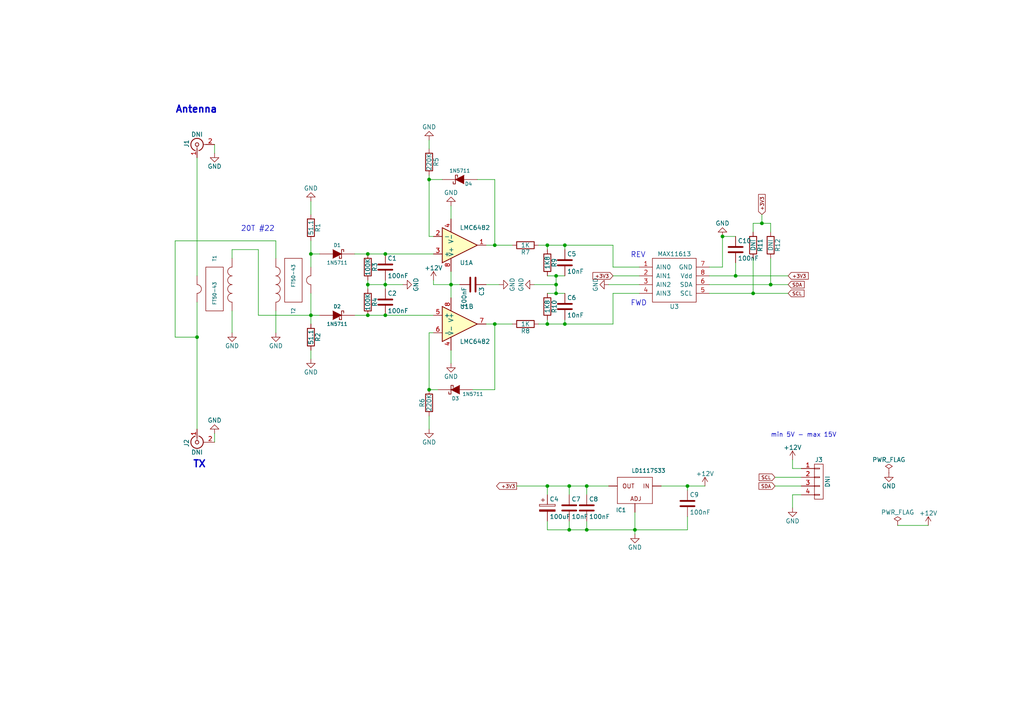
<source format=kicad_sch>
(kicad_sch (version 20250114) (generator "eeschema") (generator_version "9.0")
  (paper "A4")
  (title_block (title "VSWR-MONITOR-I2C") (date "2017-12-27") (rev "1.0-beta1") (company "AppMind"))
  (lib_symbols
    (symbol "+12V_1" (power) (pin_names (offset 0))
      (property "Value" "+12V" (at 0 3.556 0))
      (symbol "+12V_1_1_1"
        (pin power_in line (at 0 0 90) (length 0) (hide yes) (name "+12V") (number "1"))
      )
    )
    (symbol "+12V_2" (power) (pin_names (offset 0))
      (property "Value" "+12V" (at 0 3.556 0))
      (symbol "+12V_2_1_1"
        (pin power_in line (at 0 0 90) (length 0) (hide yes) (name "+12V") (number "1"))
      )
    )
    (symbol "+12V_3" (power) (pin_names (offset 0))
      (property "Value" "+12V" (at 0 3.556 0))
      (symbol "+12V_3_1_1"
        (pin power_in line (at 0 0 90) (length 0) (hide yes) (name "+12V") (number "1"))
      )
    )
    (symbol "+12V_4" (power) (pin_names (offset 0))
      (property "Value" "+12V" (at 0 3.556 0))
      (symbol "+12V_4_1_1"
        (pin power_in line (at 0 0 90) (length 0) (hide yes) (name "+12V") (number "1"))
      )
    )
    (symbol "+12V_5" (power) (pin_names (offset 0))
      (property "Value" "+12V" (at 0 3.556 0))
      (symbol "+12V_5_1_1"
        (pin power_in line (at 0 0 90) (length 0) (hide yes) (name "+12V") (number "1"))
      )
    )
    (symbol "+12V_6" (power) (pin_names (offset 0))
      (property "Value" "+12V" (at 0 3.556 0))
      (symbol "+12V_6_1_1"
        (pin power_in line (at 0 0 90) (length 0) (hide yes) (name "+12V") (number "1"))
      )
    )
    (symbol "+12V_7" (power) (pin_names (offset 0))
      (property "Value" "+12V" (at 0 3.556 0))
      (symbol "+12V_7_1_1"
        (pin power_in line (at 0 0 90) (length 0) (hide yes) (name "+12V") (number "1"))
      )
    )
    (symbol "+12V_8" (power) (pin_names (offset 0))
      (property "Value" "+12V" (at 0 3.556 0))
      (symbol "+12V_8_1_1"
        (pin power_in line (at 0 0 90) (length 0) (hide yes) (name "+12V") (number "1"))
      )
    )
    (symbol "CONN_01X04_1" (pin_names (offset 1.016) (hide yes))
      (property "Reference" "J" (at 0 6.35 0))
      (property "Value" "CONN_01X04" (at 2.54 0 90))
      (symbol "CONN_01X04_1_1_1"
        (pin passive line (at -5.08 3.81 0) (length 3.81) (name "P1") (number "1"))
        (pin passive line (at -5.08 1.27 0) (length 3.81) (name "P2") (number "2"))
        (pin passive line (at -5.08 -1.27 0) (length 3.81) (name "P3") (number "3"))
        (pin passive line (at -5.08 -3.81 0) (length 3.81) (name "P4") (number "4"))
      )
    )
    (symbol "CONN_01X04_2" (pin_names (offset 1.016) (hide yes))
      (property "Reference" "J" (at 0 6.35 0))
      (property "Value" "CONN_01X04" (at 2.54 0 90))
      (symbol "CONN_01X04_2_1_1"
        (pin passive line (at -5.08 3.81 0) (length 3.81) (name "P1") (number "1"))
        (pin passive line (at -5.08 1.27 0) (length 3.81) (name "P2") (number "2"))
        (pin passive line (at -5.08 -1.27 0) (length 3.81) (name "P3") (number "3"))
        (pin passive line (at -5.08 -3.81 0) (length 3.81) (name "P4") (number "4"))
      )
    )
    (symbol "CONN_COAXIAL_1" (pin_names (offset 1.016) (hide yes))
      (property "Reference" "J" (at 0.254 3.048 0))
      (property "Value" "CONN_COAXIAL" (at 2.921 0 90))
      (symbol "CONN_COAXIAL_1_1_1"
        (pin passive line (at -3.81 0 0) (length 2.54) (name "In") (number "1"))
        (pin passive line (at 0 -5.08 90) (length 2.54) (name "Ext") (number "2"))
      )
    )
    (symbol "CONN_COAXIAL_2" (pin_names (offset 1.016) (hide yes))
      (property "Reference" "J" (at 0.254 3.048 0))
      (property "Value" "CONN_COAXIAL" (at 2.921 0 90))
      (symbol "CONN_COAXIAL_2_1_1"
        (pin passive line (at -3.81 0 0) (length 2.54) (name "In") (number "1"))
        (pin passive line (at 0 -5.08 90) (length 2.54) (name "Ext") (number "2"))
      )
    )
    (symbol "CONN_COAXIAL_3" (pin_names (offset 1.016) (hide yes))
      (property "Reference" "J" (at 0.254 3.048 0))
      (property "Value" "CONN_COAXIAL" (at 2.921 0 90))
      (symbol "CONN_COAXIAL_3_1_1"
        (pin passive line (at -3.81 0 0) (length 2.54) (name "In") (number "1"))
        (pin passive line (at 0 -5.08 90) (length 2.54) (name "Ext") (number "2"))
      )
    )
    (symbol "CONN_COAXIAL_4" (pin_names (offset 1.016) (hide yes))
      (property "Reference" "J" (at 0.254 3.048 0))
      (property "Value" "CONN_COAXIAL" (at 2.921 0 90))
      (symbol "CONN_COAXIAL_4_1_1"
        (pin passive line (at -3.81 0 0) (length 2.54) (name "In") (number "1"))
        (pin passive line (at 0 -5.08 90) (length 2.54) (name "Ext") (number "2"))
      )
    )
    (symbol "CP_1" (pin_numbers (hide yes)) (pin_names (offset 0.254))
      (property "Reference" "C" (at 0.635 2.54 0))
      (property "Value" "CP" (at 0.635 -2.54 0))
      (symbol "CP_1_1_1"
        (pin passive line (at 0 3.81 270) (length 2.794) (name "~") (number "1"))
        (pin passive line (at 0 -3.81 90) (length 2.794) (name "~") (number "2"))
      )
    )
    (symbol "CP_2" (pin_numbers (hide yes)) (pin_names (offset 0.254))
      (property "Reference" "C" (at 0.635 2.54 0))
      (property "Value" "CP" (at 0.635 -2.54 0))
      (symbol "CP_2_1_1"
        (pin passive line (at 0 3.81 270) (length 2.794) (name "~") (number "1"))
        (pin passive line (at 0 -3.81 90) (length 2.794) (name "~") (number "2"))
      )
    )
    (symbol "C_1" (pin_numbers (hide yes)) (pin_names (offset 0.254))
      (property "Reference" "C" (at 0.635 2.54 0))
      (property "Value" "C" (at 0.635 -2.54 0))
      (symbol "C_1_1_1"
        (pin passive line (at 0 3.81 270) (length 2.794) (name "~") (number "1"))
        (pin passive line (at 0 -3.81 90) (length 2.794) (name "~") (number "2"))
      )
    )
    (symbol "C_10" (pin_numbers (hide yes)) (pin_names (offset 0.254))
      (property "Reference" "C" (at 0.635 2.54 0))
      (property "Value" "C" (at 0.635 -2.54 0))
      (symbol "C_10_1_1"
        (pin passive line (at 0 3.81 270) (length 2.794) (name "~") (number "1"))
        (pin passive line (at 0 -3.81 90) (length 2.794) (name "~") (number "2"))
      )
    )
    (symbol "C_11" (pin_numbers (hide yes)) (pin_names (offset 0.254))
      (property "Reference" "C" (at 0.635 2.54 0))
      (property "Value" "C" (at 0.635 -2.54 0))
      (symbol "C_11_1_1"
        (pin passive line (at 0 3.81 270) (length 2.794) (name "~") (number "1"))
        (pin passive line (at 0 -3.81 90) (length 2.794) (name "~") (number "2"))
      )
    )
    (symbol "C_12" (pin_numbers (hide yes)) (pin_names (offset 0.254))
      (property "Reference" "C" (at 0.635 2.54 0))
      (property "Value" "C" (at 0.635 -2.54 0))
      (symbol "C_12_1_1"
        (pin passive line (at 0 3.81 270) (length 2.794) (name "~") (number "1"))
        (pin passive line (at 0 -3.81 90) (length 2.794) (name "~") (number "2"))
      )
    )
    (symbol "C_13" (pin_numbers (hide yes)) (pin_names (offset 0.254))
      (property "Reference" "C" (at 0.635 2.54 0))
      (property "Value" "C" (at 0.635 -2.54 0))
      (symbol "C_13_1_1"
        (pin passive line (at 0 3.81 270) (length 2.794) (name "~") (number "1"))
        (pin passive line (at 0 -3.81 90) (length 2.794) (name "~") (number "2"))
      )
    )
    (symbol "C_14" (pin_numbers (hide yes)) (pin_names (offset 0.254))
      (property "Reference" "C" (at 0.635 2.54 0))
      (property "Value" "C" (at 0.635 -2.54 0))
      (symbol "C_14_1_1"
        (pin passive line (at 0 3.81 270) (length 2.794) (name "~") (number "1"))
        (pin passive line (at 0 -3.81 90) (length 2.794) (name "~") (number "2"))
      )
    )
    (symbol "C_15" (pin_numbers (hide yes)) (pin_names (offset 0.254))
      (property "Reference" "C" (at 0.635 2.54 0))
      (property "Value" "C" (at 0.635 -2.54 0))
      (symbol "C_15_1_1"
        (pin passive line (at 0 3.81 270) (length 2.794) (name "~") (number "1"))
        (pin passive line (at 0 -3.81 90) (length 2.794) (name "~") (number "2"))
      )
    )
    (symbol "C_16" (pin_numbers (hide yes)) (pin_names (offset 0.254))
      (property "Reference" "C" (at 0.635 2.54 0))
      (property "Value" "C" (at 0.635 -2.54 0))
      (symbol "C_16_1_1"
        (pin passive line (at 0 3.81 270) (length 2.794) (name "~") (number "1"))
        (pin passive line (at 0 -3.81 90) (length 2.794) (name "~") (number "2"))
      )
    )
    (symbol "C_17" (pin_numbers (hide yes)) (pin_names (offset 0.254))
      (property "Reference" "C" (at 0.635 2.54 0))
      (property "Value" "C" (at 0.635 -2.54 0))
      (symbol "C_17_1_1"
        (pin passive line (at 0 3.81 270) (length 2.794) (name "~") (number "1"))
        (pin passive line (at 0 -3.81 90) (length 2.794) (name "~") (number "2"))
      )
    )
    (symbol "C_18" (pin_numbers (hide yes)) (pin_names (offset 0.254))
      (property "Reference" "C" (at 0.635 2.54 0))
      (property "Value" "C" (at 0.635 -2.54 0))
      (symbol "C_18_1_1"
        (pin passive line (at 0 3.81 270) (length 2.794) (name "~") (number "1"))
        (pin passive line (at 0 -3.81 90) (length 2.794) (name "~") (number "2"))
      )
    )
    (symbol "C_2" (pin_numbers (hide yes)) (pin_names (offset 0.254))
      (property "Reference" "C" (at 0.635 2.54 0))
      (property "Value" "C" (at 0.635 -2.54 0))
      (symbol "C_2_1_1"
        (pin passive line (at 0 3.81 270) (length 2.794) (name "~") (number "1"))
        (pin passive line (at 0 -3.81 90) (length 2.794) (name "~") (number "2"))
      )
    )
    (symbol "C_3" (pin_numbers (hide yes)) (pin_names (offset 0.254))
      (property "Reference" "C" (at 0.635 2.54 0))
      (property "Value" "C" (at 0.635 -2.54 0))
      (symbol "C_3_1_1"
        (pin passive line (at 0 3.81 270) (length 2.794) (name "~") (number "1"))
        (pin passive line (at 0 -3.81 90) (length 2.794) (name "~") (number "2"))
      )
    )
    (symbol "C_4" (pin_numbers (hide yes)) (pin_names (offset 0.254))
      (property "Reference" "C" (at 0.635 2.54 0))
      (property "Value" "C" (at 0.635 -2.54 0))
      (symbol "C_4_1_1"
        (pin passive line (at 0 3.81 270) (length 2.794) (name "~") (number "1"))
        (pin passive line (at 0 -3.81 90) (length 2.794) (name "~") (number "2"))
      )
    )
    (symbol "C_5" (pin_numbers (hide yes)) (pin_names (offset 0.254))
      (property "Reference" "C" (at 0.635 2.54 0))
      (property "Value" "C" (at 0.635 -2.54 0))
      (symbol "C_5_1_1"
        (pin passive line (at 0 3.81 270) (length 2.794) (name "~") (number "1"))
        (pin passive line (at 0 -3.81 90) (length 2.794) (name "~") (number "2"))
      )
    )
    (symbol "C_6" (pin_numbers (hide yes)) (pin_names (offset 0.254))
      (property "Reference" "C" (at 0.635 2.54 0))
      (property "Value" "C" (at 0.635 -2.54 0))
      (symbol "C_6_1_1"
        (pin passive line (at 0 3.81 270) (length 2.794) (name "~") (number "1"))
        (pin passive line (at 0 -3.81 90) (length 2.794) (name "~") (number "2"))
      )
    )
    (symbol "C_7" (pin_numbers (hide yes)) (pin_names (offset 0.254))
      (property "Reference" "C" (at 0.635 2.54 0))
      (property "Value" "C" (at 0.635 -2.54 0))
      (symbol "C_7_1_1"
        (pin passive line (at 0 3.81 270) (length 2.794) (name "~") (number "1"))
        (pin passive line (at 0 -3.81 90) (length 2.794) (name "~") (number "2"))
      )
    )
    (symbol "C_8" (pin_numbers (hide yes)) (pin_names (offset 0.254))
      (property "Reference" "C" (at 0.635 2.54 0))
      (property "Value" "C" (at 0.635 -2.54 0))
      (symbol "C_8_1_1"
        (pin passive line (at 0 3.81 270) (length 2.794) (name "~") (number "1"))
        (pin passive line (at 0 -3.81 90) (length 2.794) (name "~") (number "2"))
      )
    )
    (symbol "C_9" (pin_numbers (hide yes)) (pin_names (offset 0.254))
      (property "Reference" "C" (at 0.635 2.54 0))
      (property "Value" "C" (at 0.635 -2.54 0))
      (symbol "C_9_1_1"
        (pin passive line (at 0 3.81 270) (length 2.794) (name "~") (number "1"))
        (pin passive line (at 0 -3.81 90) (length 2.794) (name "~") (number "2"))
      )
    )
    (symbol "DIODESCH_1" (pin_numbers (hide yes)) (pin_names (offset 1.016) (hide yes))
      (property "Reference" "D" (at 0 2.54 0))
      (property "Value" "DIODESCH" (at 0 -2.54 0))
      (symbol "DIODESCH_1_1_1"
        (pin passive line (at -5.08 0 0) (length 3.81) (name "A") (number "1"))
        (pin passive line (at 5.08 0 180) (length 3.81) (name "K") (number "2"))
      )
    )
    (symbol "DIODESCH_2" (pin_numbers (hide yes)) (pin_names (offset 1.016) (hide yes))
      (property "Reference" "D" (at 0 2.54 0))
      (property "Value" "DIODESCH" (at 0 -2.54 0))
      (symbol "DIODESCH_2_1_1"
        (pin passive line (at -5.08 0 0) (length 3.81) (name "A") (number "1"))
        (pin passive line (at 5.08 0 180) (length 3.81) (name "K") (number "2"))
      )
    )
    (symbol "DIODESCH_3" (pin_numbers (hide yes)) (pin_names (offset 1.016) (hide yes))
      (property "Reference" "D" (at 0 2.54 0))
      (property "Value" "DIODESCH" (at 0 -2.54 0))
      (symbol "DIODESCH_3_1_1"
        (pin passive line (at -5.08 0 0) (length 3.81) (name "A") (number "1"))
        (pin passive line (at 5.08 0 180) (length 3.81) (name "K") (number "2"))
      )
    )
    (symbol "DIODESCH_4" (pin_numbers (hide yes)) (pin_names (offset 1.016) (hide yes))
      (property "Reference" "D" (at 0 2.54 0))
      (property "Value" "DIODESCH" (at 0 -2.54 0))
      (symbol "DIODESCH_4_1_1"
        (pin passive line (at -5.08 0 0) (length 3.81) (name "A") (number "1"))
        (pin passive line (at 5.08 0 180) (length 3.81) (name "K") (number "2"))
      )
    )
    (symbol "DIODESCH_5" (pin_numbers (hide yes)) (pin_names (offset 1.016) (hide yes))
      (property "Reference" "D" (at 0 2.54 0))
      (property "Value" "DIODESCH" (at 0 -2.54 0))
      (symbol "DIODESCH_5_1_1"
        (pin passive line (at -5.08 0 0) (length 3.81) (name "A") (number "1"))
        (pin passive line (at 5.08 0 180) (length 3.81) (name "K") (number "2"))
      )
    )
    (symbol "DIODESCH_6" (pin_numbers (hide yes)) (pin_names (offset 1.016) (hide yes))
      (property "Reference" "D" (at 0 2.54 0))
      (property "Value" "DIODESCH" (at 0 -2.54 0))
      (symbol "DIODESCH_6_1_1"
        (pin passive line (at -5.08 0 0) (length 3.81) (name "A") (number "1"))
        (pin passive line (at 5.08 0 180) (length 3.81) (name "K") (number "2"))
      )
    )
    (symbol "DIODESCH_7" (pin_numbers (hide yes)) (pin_names (offset 1.016) (hide yes))
      (property "Reference" "D" (at 0 2.54 0))
      (property "Value" "DIODESCH" (at 0 -2.54 0))
      (symbol "DIODESCH_7_1_1"
        (pin passive line (at -5.08 0 0) (length 3.81) (name "A") (number "1"))
        (pin passive line (at 5.08 0 180) (length 3.81) (name "K") (number "2"))
      )
    )
    (symbol "DIODESCH_8" (pin_numbers (hide yes)) (pin_names (offset 1.016) (hide yes))
      (property "Reference" "D" (at 0 2.54 0))
      (property "Value" "DIODESCH" (at 0 -2.54 0))
      (symbol "DIODESCH_8_1_1"
        (pin passive line (at -5.08 0 0) (length 3.81) (name "A") (number "1"))
        (pin passive line (at 5.08 0 180) (length 3.81) (name "K") (number "2"))
      )
    )
    (symbol "GND_1" (power) (pin_names (offset 0))
      (property "Value" "GND" (at 0 -3.81 0))
      (symbol "GND_1_1_1"
        (pin power_in line (at 0 0 270) (length 0) (hide yes) (name "GND") (number "1"))
      )
    )
    (symbol "GND_10" (power) (pin_names (offset 0))
      (property "Value" "GND" (at 0 -3.81 0))
      (symbol "GND_10_1_1"
        (pin power_in line (at 0 0 270) (length 0) (hide yes) (name "GND") (number "1"))
      )
    )
    (symbol "GND_11" (power) (pin_names (offset 0))
      (property "Value" "GND" (at 0 -3.81 0))
      (symbol "GND_11_1_1"
        (pin power_in line (at 0 0 270) (length 0) (hide yes) (name "GND") (number "1"))
      )
    )
    (symbol "GND_12" (power) (pin_names (offset 0))
      (property "Value" "GND" (at 0 -3.81 0))
      (symbol "GND_12_1_1"
        (pin power_in line (at 0 0 270) (length 0) (hide yes) (name "GND") (number "1"))
      )
    )
    (symbol "GND_13" (power) (pin_names (offset 0))
      (property "Value" "GND" (at 0 -3.81 0))
      (symbol "GND_13_1_1"
        (pin power_in line (at 0 0 270) (length 0) (hide yes) (name "GND") (number "1"))
      )
    )
    (symbol "GND_14" (power) (pin_names (offset 0))
      (property "Value" "GND" (at 0 -3.81 0))
      (symbol "GND_14_1_1"
        (pin power_in line (at 0 0 270) (length 0) (hide yes) (name "GND") (number "1"))
      )
    )
    (symbol "GND_15" (power) (pin_names (offset 0))
      (property "Value" "GND" (at 0 -3.81 0))
      (symbol "GND_15_1_1"
        (pin power_in line (at 0 0 270) (length 0) (hide yes) (name "GND") (number "1"))
      )
    )
    (symbol "GND_16" (power) (pin_names (offset 0))
      (property "Value" "GND" (at 0 -3.81 0))
      (symbol "GND_16_1_1"
        (pin power_in line (at 0 0 270) (length 0) (hide yes) (name "GND") (number "1"))
      )
    )
    (symbol "GND_17" (power) (pin_names (offset 0))
      (property "Value" "GND" (at 0 -3.81 0))
      (symbol "GND_17_1_1"
        (pin power_in line (at 0 0 270) (length 0) (hide yes) (name "GND") (number "1"))
      )
    )
    (symbol "GND_18" (power) (pin_names (offset 0))
      (property "Value" "GND" (at 0 -3.81 0))
      (symbol "GND_18_1_1"
        (pin power_in line (at 0 0 270) (length 0) (hide yes) (name "GND") (number "1"))
      )
    )
    (symbol "GND_19" (power) (pin_names (offset 0))
      (property "Value" "GND" (at 0 -3.81 0))
      (symbol "GND_19_1_1"
        (pin power_in line (at 0 0 270) (length 0) (hide yes) (name "GND") (number "1"))
      )
    )
    (symbol "GND_2" (power) (pin_names (offset 0))
      (property "Value" "GND" (at 0 -3.81 0))
      (symbol "GND_2_1_1"
        (pin power_in line (at 0 0 270) (length 0) (hide yes) (name "GND") (number "1"))
      )
    )
    (symbol "GND_20" (power) (pin_names (offset 0))
      (property "Value" "GND" (at 0 -3.81 0))
      (symbol "GND_20_1_1"
        (pin power_in line (at 0 0 270) (length 0) (hide yes) (name "GND") (number "1"))
      )
    )
    (symbol "GND_21" (power) (pin_names (offset 0))
      (property "Value" "GND" (at 0 -3.81 0))
      (symbol "GND_21_1_1"
        (pin power_in line (at 0 0 270) (length 0) (hide yes) (name "GND") (number "1"))
      )
    )
    (symbol "GND_22" (power) (pin_names (offset 0))
      (property "Value" "GND" (at 0 -3.81 0))
      (symbol "GND_22_1_1"
        (pin power_in line (at 0 0 270) (length 0) (hide yes) (name "GND") (number "1"))
      )
    )
    (symbol "GND_23" (power) (pin_names (offset 0))
      (property "Value" "GND" (at 0 -3.81 0))
      (symbol "GND_23_1_1"
        (pin power_in line (at 0 0 270) (length 0) (hide yes) (name "GND") (number "1"))
      )
    )
    (symbol "GND_24" (power) (pin_names (offset 0))
      (property "Value" "GND" (at 0 -3.81 0))
      (symbol "GND_24_1_1"
        (pin power_in line (at 0 0 270) (length 0) (hide yes) (name "GND") (number "1"))
      )
    )
    (symbol "GND_25" (power) (pin_names (offset 0))
      (property "Value" "GND" (at 0 -3.81 0))
      (symbol "GND_25_1_1"
        (pin power_in line (at 0 0 270) (length 0) (hide yes) (name "GND") (number "1"))
      )
    )
    (symbol "GND_26" (power) (pin_names (offset 0))
      (property "Value" "GND" (at 0 -3.81 0))
      (symbol "GND_26_1_1"
        (pin power_in line (at 0 0 270) (length 0) (hide yes) (name "GND") (number "1"))
      )
    )
    (symbol "GND_27" (power) (pin_names (offset 0))
      (property "Value" "GND" (at 0 -3.81 0))
      (symbol "GND_27_1_1"
        (pin power_in line (at 0 0 270) (length 0) (hide yes) (name "GND") (number "1"))
      )
    )
    (symbol "GND_28" (power) (pin_names (offset 0))
      (property "Value" "GND" (at 0 -3.81 0))
      (symbol "GND_28_1_1"
        (pin power_in line (at 0 0 270) (length 0) (hide yes) (name "GND") (number "1"))
      )
    )
    (symbol "GND_29" (power) (pin_names (offset 0))
      (property "Value" "GND" (at 0 -3.81 0))
      (symbol "GND_29_1_1"
        (pin power_in line (at 0 0 270) (length 0) (hide yes) (name "GND") (number "1"))
      )
    )
    (symbol "GND_3" (power) (pin_names (offset 0))
      (property "Value" "GND" (at 0 -3.81 0))
      (symbol "GND_3_1_1"
        (pin power_in line (at 0 0 270) (length 0) (hide yes) (name "GND") (number "1"))
      )
    )
    (symbol "GND_30" (power) (pin_names (offset 0))
      (property "Value" "GND" (at 0 -3.81 0))
      (symbol "GND_30_1_1"
        (pin power_in line (at 0 0 270) (length 0) (hide yes) (name "GND") (number "1"))
      )
    )
    (symbol "GND_31" (power) (pin_names (offset 0))
      (property "Value" "GND" (at 0 -3.81 0))
      (symbol "GND_31_1_1"
        (pin power_in line (at 0 0 270) (length 0) (hide yes) (name "GND") (number "1"))
      )
    )
    (symbol "GND_32" (power) (pin_names (offset 0))
      (property "Value" "GND" (at 0 -3.81 0))
      (symbol "GND_32_1_1"
        (pin power_in line (at 0 0 270) (length 0) (hide yes) (name "GND") (number "1"))
      )
    )
    (symbol "GND_33" (power) (pin_names (offset 0))
      (property "Value" "GND" (at 0 -3.81 0))
      (symbol "GND_33_1_1"
        (pin power_in line (at 0 0 270) (length 0) (hide yes) (name "GND") (number "1"))
      )
    )
    (symbol "GND_34" (power) (pin_names (offset 0))
      (property "Value" "GND" (at 0 -3.81 0))
      (symbol "GND_34_1_1"
        (pin power_in line (at 0 0 270) (length 0) (hide yes) (name "GND") (number "1"))
      )
    )
    (symbol "GND_35" (power) (pin_names (offset 0))
      (property "Value" "GND" (at 0 -3.81 0))
      (symbol "GND_35_1_1"
        (pin power_in line (at 0 0 270) (length 0) (hide yes) (name "GND") (number "1"))
      )
    )
    (symbol "GND_36" (power) (pin_names (offset 0))
      (property "Value" "GND" (at 0 -3.81 0))
      (symbol "GND_36_1_1"
        (pin power_in line (at 0 0 270) (length 0) (hide yes) (name "GND") (number "1"))
      )
    )
    (symbol "GND_4" (power) (pin_names (offset 0))
      (property "Value" "GND" (at 0 -3.81 0))
      (symbol "GND_4_1_1"
        (pin power_in line (at 0 0 270) (length 0) (hide yes) (name "GND") (number "1"))
      )
    )
    (symbol "GND_5" (power) (pin_names (offset 0))
      (property "Value" "GND" (at 0 -3.81 0))
      (symbol "GND_5_1_1"
        (pin power_in line (at 0 0 270) (length 0) (hide yes) (name "GND") (number "1"))
      )
    )
    (symbol "GND_6" (power) (pin_names (offset 0))
      (property "Value" "GND" (at 0 -3.81 0))
      (symbol "GND_6_1_1"
        (pin power_in line (at 0 0 270) (length 0) (hide yes) (name "GND") (number "1"))
      )
    )
    (symbol "GND_7" (power) (pin_names (offset 0))
      (property "Value" "GND" (at 0 -3.81 0))
      (symbol "GND_7_1_1"
        (pin power_in line (at 0 0 270) (length 0) (hide yes) (name "GND") (number "1"))
      )
    )
    (symbol "GND_8" (power) (pin_names (offset 0))
      (property "Value" "GND" (at 0 -3.81 0))
      (symbol "GND_8_1_1"
        (pin power_in line (at 0 0 270) (length 0) (hide yes) (name "GND") (number "1"))
      )
    )
    (symbol "GND_9" (power) (pin_names (offset 0))
      (property "Value" "GND" (at 0 -3.81 0))
      (symbol "GND_9_1_1"
        (pin power_in line (at 0 0 270) (length 0) (hide yes) (name "GND") (number "1"))
      )
    )
    (symbol "LMC6482_1"
      (property "Reference" "U" (at 0 5.08 0))
      (property "Value" "LMC6482" (at 0 -5.08 0))
      (symbol "LMC6482_1_0_1"
        (pin power_in line (at -2.54 7.62 270) (length 3.81) (name "V+") (number "8"))
        (pin power_in line (at -2.54 -7.62 90) (length 3.81) (name "V-") (number "4"))
      )
      (symbol "LMC6482_1_1_1"
        (pin input line (at -7.62 2.54 0) (length 2.54) (name "+") (number "3"))
        (pin input line (at -7.62 -2.54 0) (length 2.54) (name "-") (number "2"))
        (pin output line (at 7.62 0 180) (length 2.54) (name "~") (number "1"))
      )
      (symbol "LMC6482_1_2_1"
        (pin input line (at -7.62 2.54 0) (length 2.54) (name "+") (number "5"))
        (pin input line (at -7.62 -2.54 0) (length 2.54) (name "-") (number "6"))
        (pin output line (at 7.62 0 180) (length 2.54) (name "~") (number "7"))
      )
    )
    (symbol "LMC6482_2"
      (property "Reference" "U" (at 0 5.08 0))
      (property "Value" "LMC6482" (at 0 -5.08 0))
      (symbol "LMC6482_2_0_1"
        (pin power_in line (at -2.54 7.62 270) (length 3.81) (name "V+") (number "8"))
        (pin power_in line (at -2.54 -7.62 90) (length 3.81) (name "V-") (number "4"))
      )
      (symbol "LMC6482_2_1_1"
        (pin input line (at -7.62 2.54 0) (length 2.54) (name "+") (number "3"))
        (pin input line (at -7.62 -2.54 0) (length 2.54) (name "-") (number "2"))
        (pin output line (at 7.62 0 180) (length 2.54) (name "~") (number "1"))
      )
      (symbol "LMC6482_2_2_1"
        (pin input line (at -7.62 2.54 0) (length 2.54) (name "+") (number "5"))
        (pin input line (at -7.62 -2.54 0) (length 2.54) (name "-") (number "6"))
        (pin output line (at 7.62 0 180) (length 2.54) (name "~") (number "7"))
      )
    )
    (symbol "LMC6482_3"
      (property "Reference" "U" (at 0 5.08 0))
      (property "Value" "LMC6482" (at 0 -5.08 0))
      (symbol "LMC6482_3_0_1"
        (pin power_in line (at -2.54 7.62 270) (length 3.81) (name "V+") (number "8"))
        (pin power_in line (at -2.54 -7.62 90) (length 3.81) (name "V-") (number "4"))
      )
      (symbol "LMC6482_3_1_1"
        (pin input line (at -7.62 2.54 0) (length 2.54) (name "+") (number "3"))
        (pin input line (at -7.62 -2.54 0) (length 2.54) (name "-") (number "2"))
        (pin output line (at 7.62 0 180) (length 2.54) (name "~") (number "1"))
      )
      (symbol "LMC6482_3_2_1"
        (pin input line (at -7.62 2.54 0) (length 2.54) (name "+") (number "5"))
        (pin input line (at -7.62 -2.54 0) (length 2.54) (name "-") (number "6"))
        (pin output line (at 7.62 0 180) (length 2.54) (name "~") (number "7"))
      )
    )
    (symbol "LMC6482_4"
      (property "Reference" "U" (at 0 5.08 0))
      (property "Value" "LMC6482" (at 0 -5.08 0))
      (symbol "LMC6482_4_0_1"
        (pin power_in line (at -2.54 7.62 270) (length 3.81) (name "V+") (number "8"))
        (pin power_in line (at -2.54 -7.62 90) (length 3.81) (name "V-") (number "4"))
      )
      (symbol "LMC6482_4_1_1"
        (pin input line (at -7.62 2.54 0) (length 2.54) (name "+") (number "3"))
        (pin input line (at -7.62 -2.54 0) (length 2.54) (name "-") (number "2"))
        (pin output line (at 7.62 0 180) (length 2.54) (name "~") (number "1"))
      )
      (symbol "LMC6482_4_2_1"
        (pin input line (at -7.62 2.54 0) (length 2.54) (name "+") (number "5"))
        (pin input line (at -7.62 -2.54 0) (length 2.54) (name "-") (number "6"))
        (pin output line (at 7.62 0 180) (length 2.54) (name "~") (number "7"))
      )
    )
    (symbol "MAX11613_1" (pin_names (offset 1.016))
      (property "Reference" "U" (at 0 -7.62 0))
      (symbol "MAX11613_1_1_1"
        (pin input line (at -10.16 3.81 0) (length 3.81) (name "AIN0") (number "1"))
        (pin input line (at -10.16 1.27 0) (length 3.81) (name "AIN1") (number "2"))
        (pin input line (at -10.16 -1.27 0) (length 3.81) (name "AIN2") (number "3"))
        (pin input line (at -10.16 -3.81 0) (length 3.81) (name "AIN3") (number "4"))
        (pin input line (at 10.16 3.81 180) (length 3.81) (name "GND") (number "7"))
        (pin power_in line (at 10.16 1.27 180) (length 3.81) (name "Vdd") (number "8"))
        (pin input line (at 10.16 -1.27 180) (length 3.81) (name "SDA") (number "6"))
        (pin input line (at 10.16 -3.81 180) (length 3.81) (name "SCL") (number "5"))
      )
    )
    (symbol "MAX11613_2" (pin_names (offset 1.016))
      (property "Reference" "U" (at 0 -7.62 0))
      (symbol "MAX11613_2_1_1"
        (pin input line (at -10.16 3.81 0) (length 3.81) (name "AIN0") (number "1"))
        (pin input line (at -10.16 1.27 0) (length 3.81) (name "AIN1") (number "2"))
        (pin input line (at -10.16 -1.27 0) (length 3.81) (name "AIN2") (number "3"))
        (pin input line (at -10.16 -3.81 0) (length 3.81) (name "AIN3") (number "4"))
        (pin input line (at 10.16 3.81 180) (length 3.81) (name "GND") (number "7"))
        (pin power_in line (at 10.16 1.27 180) (length 3.81) (name "Vdd") (number "8"))
        (pin input line (at 10.16 -1.27 180) (length 3.81) (name "SDA") (number "6"))
        (pin input line (at 10.16 -3.81 180) (length 3.81) (name "SCL") (number "5"))
      )
    )
    (symbol "PWR_FLAG_1" (power) (pin_numbers (hide yes)) (pin_names (offset 0) (hide yes))
      (property "Value" "PWR_FLAG" (at 0 3.81 0))
      (symbol "PWR_FLAG_1_0_0"
        (pin power_out line (at 0 0 90) (length 0) (name "pwr") (number "1"))
      )
    )
    (symbol "PWR_FLAG_2" (power) (pin_numbers (hide yes)) (pin_names (offset 0) (hide yes))
      (property "Value" "PWR_FLAG" (at 0 3.81 0))
      (symbol "PWR_FLAG_2_0_0"
        (pin power_out line (at 0 0 90) (length 0) (name "pwr") (number "1"))
      )
    )
    (symbol "PWR_FLAG_3" (power) (pin_numbers (hide yes)) (pin_names (offset 0) (hide yes))
      (property "Value" "PWR_FLAG" (at 0 3.81 0))
      (symbol "PWR_FLAG_3_0_0"
        (pin power_out line (at 0 0 90) (length 0) (name "pwr") (number "1"))
      )
    )
    (symbol "PWR_FLAG_4" (power) (pin_numbers (hide yes)) (pin_names (offset 0) (hide yes))
      (property "Value" "PWR_FLAG" (at 0 3.81 0))
      (symbol "PWR_FLAG_4_0_0"
        (pin power_out line (at 0 0 90) (length 0) (name "pwr") (number "1"))
      )
    )
    (symbol "R_1" (pin_numbers (hide yes)) (pin_names (offset 0))
      (property "Reference" "R" (at 2.032 0 90))
      (property "Value" "R" (at 0 0 90))
      (symbol "R_1_1_1"
        (pin passive line (at 0 3.81 270) (length 1.27) (name "~") (number "1"))
        (pin passive line (at 0 -3.81 90) (length 1.27) (name "~") (number "2"))
      )
    )
    (symbol "R_10" (pin_numbers (hide yes)) (pin_names (offset 0))
      (property "Reference" "R" (at 2.032 0 90))
      (property "Value" "R" (at 0 0 90))
      (symbol "R_10_1_1"
        (pin passive line (at 0 3.81 270) (length 1.27) (name "~") (number "1"))
        (pin passive line (at 0 -3.81 90) (length 1.27) (name "~") (number "2"))
      )
    )
    (symbol "R_11" (pin_numbers (hide yes)) (pin_names (offset 0))
      (property "Reference" "R" (at 2.032 0 90))
      (property "Value" "R" (at 0 0 90))
      (symbol "R_11_1_1"
        (pin passive line (at 0 3.81 270) (length 1.27) (name "~") (number "1"))
        (pin passive line (at 0 -3.81 90) (length 1.27) (name "~") (number "2"))
      )
    )
    (symbol "R_12" (pin_numbers (hide yes)) (pin_names (offset 0))
      (property "Reference" "R" (at 2.032 0 90))
      (property "Value" "R" (at 0 0 90))
      (symbol "R_12_1_1"
        (pin passive line (at 0 3.81 270) (length 1.27) (name "~") (number "1"))
        (pin passive line (at 0 -3.81 90) (length 1.27) (name "~") (number "2"))
      )
    )
    (symbol "R_13" (pin_numbers (hide yes)) (pin_names (offset 0))
      (property "Reference" "R" (at 2.032 0 90))
      (property "Value" "R" (at 0 0 90))
      (symbol "R_13_1_1"
        (pin passive line (at 0 3.81 270) (length 1.27) (name "~") (number "1"))
        (pin passive line (at 0 -3.81 90) (length 1.27) (name "~") (number "2"))
      )
    )
    (symbol "R_14" (pin_numbers (hide yes)) (pin_names (offset 0))
      (property "Reference" "R" (at 2.032 0 90))
      (property "Value" "R" (at 0 0 90))
      (symbol "R_14_1_1"
        (pin passive line (at 0 3.81 270) (length 1.27) (name "~") (number "1"))
        (pin passive line (at 0 -3.81 90) (length 1.27) (name "~") (number "2"))
      )
    )
    (symbol "R_15" (pin_numbers (hide yes)) (pin_names (offset 0))
      (property "Reference" "R" (at 2.032 0 90))
      (property "Value" "R" (at 0 0 90))
      (symbol "R_15_1_1"
        (pin passive line (at 0 3.81 270) (length 1.27) (name "~") (number "1"))
        (pin passive line (at 0 -3.81 90) (length 1.27) (name "~") (number "2"))
      )
    )
    (symbol "R_16" (pin_numbers (hide yes)) (pin_names (offset 0))
      (property "Reference" "R" (at 2.032 0 90))
      (property "Value" "R" (at 0 0 90))
      (symbol "R_16_1_1"
        (pin passive line (at 0 3.81 270) (length 1.27) (name "~") (number "1"))
        (pin passive line (at 0 -3.81 90) (length 1.27) (name "~") (number "2"))
      )
    )
    (symbol "R_17" (pin_numbers (hide yes)) (pin_names (offset 0))
      (property "Reference" "R" (at 2.032 0 90))
      (property "Value" "R" (at 0 0 90))
      (symbol "R_17_1_1"
        (pin passive line (at 0 3.81 270) (length 1.27) (name "~") (number "1"))
        (pin passive line (at 0 -3.81 90) (length 1.27) (name "~") (number "2"))
      )
    )
    (symbol "R_18" (pin_numbers (hide yes)) (pin_names (offset 0))
      (property "Reference" "R" (at 2.032 0 90))
      (property "Value" "R" (at 0 0 90))
      (symbol "R_18_1_1"
        (pin passive line (at 0 3.81 270) (length 1.27) (name "~") (number "1"))
        (pin passive line (at 0 -3.81 90) (length 1.27) (name "~") (number "2"))
      )
    )
    (symbol "R_19" (pin_numbers (hide yes)) (pin_names (offset 0))
      (property "Reference" "R" (at 2.032 0 90))
      (property "Value" "R" (at 0 0 90))
      (symbol "R_19_1_1"
        (pin passive line (at 0 3.81 270) (length 1.27) (name "~") (number "1"))
        (pin passive line (at 0 -3.81 90) (length 1.27) (name "~") (number "2"))
      )
    )
    (symbol "R_2" (pin_numbers (hide yes)) (pin_names (offset 0))
      (property "Reference" "R" (at 2.032 0 90))
      (property "Value" "R" (at 0 0 90))
      (symbol "R_2_1_1"
        (pin passive line (at 0 3.81 270) (length 1.27) (name "~") (number "1"))
        (pin passive line (at 0 -3.81 90) (length 1.27) (name "~") (number "2"))
      )
    )
    (symbol "R_20" (pin_numbers (hide yes)) (pin_names (offset 0))
      (property "Reference" "R" (at 2.032 0 90))
      (property "Value" "R" (at 0 0 90))
      (symbol "R_20_1_1"
        (pin passive line (at 0 3.81 270) (length 1.27) (name "~") (number "1"))
        (pin passive line (at 0 -3.81 90) (length 1.27) (name "~") (number "2"))
      )
    )
    (symbol "R_21" (pin_numbers (hide yes)) (pin_names (offset 0))
      (property "Reference" "R" (at 2.032 0 90))
      (property "Value" "R" (at 0 0 90))
      (symbol "R_21_1_1"
        (pin passive line (at 0 3.81 270) (length 1.27) (name "~") (number "1"))
        (pin passive line (at 0 -3.81 90) (length 1.27) (name "~") (number "2"))
      )
    )
    (symbol "R_22" (pin_numbers (hide yes)) (pin_names (offset 0))
      (property "Reference" "R" (at 2.032 0 90))
      (property "Value" "R" (at 0 0 90))
      (symbol "R_22_1_1"
        (pin passive line (at 0 3.81 270) (length 1.27) (name "~") (number "1"))
        (pin passive line (at 0 -3.81 90) (length 1.27) (name "~") (number "2"))
      )
    )
    (symbol "R_23" (pin_numbers (hide yes)) (pin_names (offset 0))
      (property "Reference" "R" (at 2.032 0 90))
      (property "Value" "R" (at 0 0 90))
      (symbol "R_23_1_1"
        (pin passive line (at 0 3.81 270) (length 1.27) (name "~") (number "1"))
        (pin passive line (at 0 -3.81 90) (length 1.27) (name "~") (number "2"))
      )
    )
    (symbol "R_24" (pin_numbers (hide yes)) (pin_names (offset 0))
      (property "Reference" "R" (at 2.032 0 90))
      (property "Value" "R" (at 0 0 90))
      (symbol "R_24_1_1"
        (pin passive line (at 0 3.81 270) (length 1.27) (name "~") (number "1"))
        (pin passive line (at 0 -3.81 90) (length 1.27) (name "~") (number "2"))
      )
    )
    (symbol "R_3" (pin_numbers (hide yes)) (pin_names (offset 0))
      (property "Reference" "R" (at 2.032 0 90))
      (property "Value" "R" (at 0 0 90))
      (symbol "R_3_1_1"
        (pin passive line (at 0 3.81 270) (length 1.27) (name "~") (number "1"))
        (pin passive line (at 0 -3.81 90) (length 1.27) (name "~") (number "2"))
      )
    )
    (symbol "R_4" (pin_numbers (hide yes)) (pin_names (offset 0))
      (property "Reference" "R" (at 2.032 0 90))
      (property "Value" "R" (at 0 0 90))
      (symbol "R_4_1_1"
        (pin passive line (at 0 3.81 270) (length 1.27) (name "~") (number "1"))
        (pin passive line (at 0 -3.81 90) (length 1.27) (name "~") (number "2"))
      )
    )
    (symbol "R_5" (pin_numbers (hide yes)) (pin_names (offset 0))
      (property "Reference" "R" (at 2.032 0 90))
      (property "Value" "R" (at 0 0 90))
      (symbol "R_5_1_1"
        (pin passive line (at 0 3.81 270) (length 1.27) (name "~") (number "1"))
        (pin passive line (at 0 -3.81 90) (length 1.27) (name "~") (number "2"))
      )
    )
    (symbol "R_6" (pin_numbers (hide yes)) (pin_names (offset 0))
      (property "Reference" "R" (at 2.032 0 90))
      (property "Value" "R" (at 0 0 90))
      (symbol "R_6_1_1"
        (pin passive line (at 0 3.81 270) (length 1.27) (name "~") (number "1"))
        (pin passive line (at 0 -3.81 90) (length 1.27) (name "~") (number "2"))
      )
    )
    (symbol "R_7" (pin_numbers (hide yes)) (pin_names (offset 0))
      (property "Reference" "R" (at 2.032 0 90))
      (property "Value" "R" (at 0 0 90))
      (symbol "R_7_1_1"
        (pin passive line (at 0 3.81 270) (length 1.27) (name "~") (number "1"))
        (pin passive line (at 0 -3.81 90) (length 1.27) (name "~") (number "2"))
      )
    )
    (symbol "R_8" (pin_numbers (hide yes)) (pin_names (offset 0))
      (property "Reference" "R" (at 2.032 0 90))
      (property "Value" "R" (at 0 0 90))
      (symbol "R_8_1_1"
        (pin passive line (at 0 3.81 270) (length 1.27) (name "~") (number "1"))
        (pin passive line (at 0 -3.81 90) (length 1.27) (name "~") (number "2"))
      )
    )
    (symbol "R_9" (pin_numbers (hide yes)) (pin_names (offset 0))
      (property "Reference" "R" (at 2.032 0 90))
      (property "Value" "R" (at 0 0 90))
      (symbol "R_9_1_1"
        (pin passive line (at 0 3.81 270) (length 1.27) (name "~") (number "1"))
        (pin passive line (at 0 -3.81 90) (length 1.27) (name "~") (number "2"))
      )
    )
    (symbol "Toroid_1" (pin_names (offset 1.016))
      (property "Reference" "T" (at 10.16 0 0))
      (property "Value" "Toroid" (at 0 0 0))
      (symbol "Toroid_1_1_1"
        (pin input line (at -5.08 -5.08 0) (length 2.54) (name "sec1") (number "3"))
        (pin input line (at -2.54 5.08 0) (length 2.54) (name "pri") (number "1"))
        (pin input line (at 5.08 5.08 180) (length 2.54) (name "pri2") (number "2"))
        (pin input line (at 10.16 -5.08 180) (length 2.54) (name "sec2") (number "4"))
      )
    )
    (symbol "Toroid_2" (pin_names (offset 1.016))
      (property "Reference" "T" (at 10.16 0 0))
      (property "Value" "Toroid" (at 0 0 0))
      (symbol "Toroid_2_1_1"
        (pin input line (at -5.08 -5.08 0) (length 2.54) (name "sec1") (number "3"))
        (pin input line (at -2.54 5.08 0) (length 2.54) (name "pri") (number "1"))
        (pin input line (at 5.08 5.08 180) (length 2.54) (name "pri2") (number "2"))
        (pin input line (at 10.16 -5.08 180) (length 2.54) (name "sec2") (number "4"))
      )
    )
    (symbol "Toroid_3" (pin_names (offset 1.016))
      (property "Reference" "T" (at 10.16 0 0))
      (property "Value" "Toroid" (at 0 0 0))
      (symbol "Toroid_3_1_1"
        (pin input line (at -5.08 -5.08 0) (length 2.54) (name "sec1") (number "3"))
        (pin input line (at -2.54 5.08 0) (length 2.54) (name "pri") (number "1"))
        (pin input line (at 5.08 5.08 180) (length 2.54) (name "pri2") (number "2"))
        (pin input line (at 10.16 -5.08 180) (length 2.54) (name "sec2") (number "4"))
      )
    )
    (symbol "Toroid_4" (pin_names (offset 1.016))
      (property "Reference" "T" (at 10.16 0 0))
      (property "Value" "Toroid" (at 0 0 0))
      (symbol "Toroid_4_1_1"
        (pin input line (at -5.08 -5.08 0) (length 2.54) (name "sec1") (number "3"))
        (pin input line (at -2.54 5.08 0) (length 2.54) (name "pri") (number "1"))
        (pin input line (at 5.08 5.08 180) (length 2.54) (name "pri2") (number "2"))
        (pin input line (at 10.16 -5.08 180) (length 2.54) (name "sec2") (number "4"))
      )
    )
    (symbol "V-REG_LD117AS33TR_1" (pin_numbers (hide yes)) (pin_names (offset 1.016) (hide yes))
      (property "Reference" "IC" (at 2.54 -7.62 0))
      (property "Value" "V-REG_LD117AS33TR" (at 2.54 -10.16 0))
      (symbol "V-REG_LD117AS33TR_1_1_0"
        (text "IN" (at -3.2766 -0.0254 0) (effects (font (size 1.2192 1.2192))))
        (text "ADJ" (at -0.2794 -3.7084 0) (effects (font (size 1.2192 1.2192))))
        (text "OUT" (at 1.8796 -0.0254 0) (effects (font (size 1.2192 1.2192))))
      )
      (symbol "V-REG_LD117AS33TR_1_1_1"
        (pin input line (at -7.62 0 0) (length 2.54) (name "IN") (number "3"))
        (pin input line (at 0 -7.62 90) (length 2.54) (name "ADJ") (number "1"))
        (pin passive line (at 7.62 0 180) (length 2.54) (name "OUT") (number "4"))
      )
    )
    (symbol "V-REG_LD117AS33TR_2" (pin_numbers (hide yes)) (pin_names (offset 1.016) (hide yes))
      (property "Reference" "IC" (at 2.54 -7.62 0))
      (property "Value" "V-REG_LD117AS33TR" (at 2.54 -10.16 0))
      (symbol "V-REG_LD117AS33TR_2_1_0"
        (text "IN" (at -3.2766 -0.0254 0) (effects (font (size 1.2192 1.2192))))
        (text "ADJ" (at -0.2794 -3.7084 0) (effects (font (size 1.2192 1.2192))))
        (text "OUT" (at 1.8796 -0.0254 0) (effects (font (size 1.2192 1.2192))))
      )
      (symbol "V-REG_LD117AS33TR_2_1_1"
        (pin input line (at -7.62 0 0) (length 2.54) (name "IN") (number "3"))
        (pin input line (at 0 -7.62 90) (length 2.54) (name "ADJ") (number "1"))
        (pin passive line (at 7.62 0 180) (length 2.54) (name "OUT") (number "4"))
      )
    )
  )
  (text "min 5V - max 15V" (at 223.52 127 0) (effects (font (size 1.2954 1.2954)) (justify left bottom)))
  (text "FWD" (at 182.88 88.9 0) (effects (font (size 1.524 1.524)) (justify left bottom)))
  (text "Antenna" (at 50.8 33.02 0) (effects (font (size 2.0066 2.0066) (thickness 0.4013) (bold yes)) (justify left bottom)))
  (text "TX" (at 55.88 135.89 0) (effects (font (size 2.0066 2.0066) (thickness 0.4013) (bold yes)) (justify left bottom)))
  (text "REV" (at 182.88 74.93 0) (effects (font (size 1.524 1.524)) (justify left bottom)))
  (text "20T #22" (at 69.85 67.31 0) (effects (font (size 1.524 1.524)) (justify left bottom)))
  (junction (at 161.29 80.01))
  (junction (at 90.17 73.66))
  (junction (at 170.18 153.67))
  (junction (at 111.76 91.44))
  (junction (at 158.75 93.98))
  (junction (at 90.17 91.44))
  (junction (at 158.75 71.12))
  (junction (at 106.68 91.44))
  (junction (at 143.51 71.12))
  (junction (at 170.18 140.97))
  (junction (at 165.1 153.67))
  (junction (at 124.46 113.03))
  (junction (at 184.15 153.67))
  (junction (at 161.29 82.55))
  (junction (at 106.68 82.55))
  (junction (at 111.76 73.66))
  (junction (at 220.98 64.77))
  (junction (at 106.68 73.66))
  (junction (at 218.44 85.09))
  (junction (at 165.1 140.97))
  (junction (at 199.39 140.97))
  (junction (at 163.83 93.98))
  (junction (at 57.15 97.79))
  (junction (at 209.55 68.58))
  (junction (at 158.75 140.97))
  (junction (at 213.36 80.01))
  (junction (at 223.52 82.55))
  (junction (at 163.83 71.12))
  (junction (at 130.81 82.55))
  (junction (at 111.76 82.55))
  (junction (at 161.29 85.09))
  (junction (at 124.46 52.07))
  (junction (at 143.51 93.98))
  (wire (pts (xy 232.41 140.97) (xy 224.79 140.97)))
  (wire (pts (xy 209.55 77.47) (xy 205.74 77.47)))
  (wire (pts (xy 218.44 64.77) (xy 220.98 64.77)))
  (wire (pts (xy 158.75 151.13) (xy 158.75 153.67)))
  (wire (pts (xy 62.23 41.91) (xy 62.23 44.45)))
  (wire (pts (xy 90.17 73.66) (xy 90.17 77.47)))
  (wire (pts (xy 80.01 74.93) (xy 80.01 69.85)))
  (wire (pts (xy 161.29 85.09) (xy 163.83 85.09)))
  (wire (pts (xy 106.68 82.55) (xy 106.68 83.82)))
  (wire (pts (xy 191.77 140.97) (xy 199.39 140.97)))
  (wire (pts (xy 90.17 104.14) (xy 90.17 101.6)))
  (wire (pts (xy 170.18 151.13) (xy 170.18 153.67)))
  (wire (pts (xy 106.68 81.28) (xy 106.68 82.55)))
  (wire (pts (xy 199.39 140.97) (xy 199.39 142.24)))
  (wire (pts (xy 90.17 91.44) (xy 92.71 91.44)))
  (wire (pts (xy 125.73 96.52) (xy 124.46 96.52)))
  (wire (pts (xy 218.44 85.09) (xy 228.6 85.09)))
  (wire (pts (xy 220.98 64.77) (xy 223.52 64.77)))
  (wire (pts (xy 229.87 135.89) (xy 232.41 135.89)))
  (wire (pts (xy 232.41 138.43) (xy 224.79 138.43)))
  (wire (pts (xy 90.17 62.23) (xy 90.17 58.42)))
  (wire (pts (xy 161.29 80.01) (xy 161.29 82.55)))
  (wire (pts (xy 158.75 71.12) (xy 158.75 72.39)))
  (wire (pts (xy 124.46 50.8) (xy 124.46 52.07)))
  (wire (pts (xy 158.75 80.01) (xy 161.29 80.01)))
  (wire (pts (xy 111.76 91.44) (xy 125.73 91.44)))
  (wire (pts (xy 229.87 143.51) (xy 229.87 147.32)))
  (wire (pts (xy 158.75 71.12) (xy 163.83 71.12)))
  (wire (pts (xy 165.1 140.97) (xy 170.18 140.97)))
  (wire (pts (xy 158.75 93.98) (xy 158.75 92.71)))
  (wire (pts (xy 67.31 72.39) (xy 74.93 72.39)))
  (wire (pts (xy 80.01 69.85) (xy 50.8 69.85)))
  (wire (pts (xy 124.46 113.03) (xy 127 113.03)))
  (wire (pts (xy 205.74 85.09) (xy 218.44 85.09)))
  (wire (pts (xy 90.17 91.44) (xy 90.17 93.98)))
  (wire (pts (xy 130.81 82.55) (xy 133.35 82.55)))
  (wire (pts (xy 177.8 77.47) (xy 185.42 77.47)))
  (wire (pts (xy 124.46 96.52) (xy 124.46 113.03)))
  (wire (pts (xy 176.53 82.55) (xy 185.42 82.55)))
  (wire (pts (xy 143.51 113.03) (xy 137.16 113.03)))
  (wire (pts (xy 223.52 82.55) (xy 228.6 82.55)))
  (wire (pts (xy 170.18 140.97) (xy 176.53 140.97)))
  (wire (pts (xy 209.55 68.58) (xy 213.36 68.58)))
  (wire (pts (xy 170.18 153.67) (xy 184.15 153.67)))
  (wire (pts (xy 50.8 97.79) (xy 57.15 97.79)))
  (wire (pts (xy 50.8 69.85) (xy 50.8 97.79)))
  (wire (pts (xy 177.8 85.09) (xy 185.42 85.09)))
  (wire (pts (xy 163.83 93.98) (xy 177.8 93.98)))
  (wire (pts (xy 74.93 91.44) (xy 90.17 91.44)))
  (wire (pts (xy 223.52 64.77) (xy 223.52 67.31)))
  (wire (pts (xy 161.29 82.55) (xy 161.29 85.09)))
  (wire (pts (xy 143.51 93.98) (xy 143.51 113.03)))
  (wire (pts (xy 130.81 101.6) (xy 130.81 105.41)))
  (wire (pts (xy 90.17 73.66) (xy 92.71 73.66)))
  (wire (pts (xy 125.73 82.55) (xy 125.73 81.28)))
  (wire (pts (xy 184.15 153.67) (xy 184.15 154.94)))
  (wire (pts (xy 165.1 153.67) (xy 170.18 153.67)))
  (wire (pts (xy 140.97 82.55) (xy 144.78 82.55)))
  (wire (pts (xy 218.44 67.31) (xy 218.44 64.77)))
  (wire (pts (xy 138.43 52.07) (xy 143.51 52.07)))
  (wire (pts (xy 205.74 82.55) (xy 223.52 82.55)))
  (wire (pts (xy 213.36 80.01) (xy 228.6 80.01)))
  (wire (pts (xy 57.15 80.01) (xy 57.15 45.72)))
  (wire (pts (xy 232.41 143.51) (xy 229.87 143.51)))
  (wire (pts (xy 143.51 93.98) (xy 148.59 93.98)))
  (wire (pts (xy 124.46 120.65) (xy 124.46 124.46)))
  (wire (pts (xy 67.31 90.17) (xy 67.31 96.52)))
  (wire (pts (xy 62.23 125.73) (xy 62.23 128.27)))
  (wire (pts (xy 199.39 153.67) (xy 199.39 149.86)))
  (wire (pts (xy 102.87 91.44) (xy 106.68 91.44)))
  (wire (pts (xy 74.93 72.39) (xy 74.93 91.44)))
  (wire (pts (xy 111.76 82.55) (xy 116.84 82.55)))
  (wire (pts (xy 158.75 93.98) (xy 163.83 93.98)))
  (wire (pts (xy 125.73 82.55) (xy 130.81 82.55)))
  (wire (pts (xy 209.55 68.58) (xy 209.55 77.47)))
  (wire (pts (xy 163.83 71.12) (xy 163.83 72.39)))
  (wire (pts (xy 161.29 80.01) (xy 163.83 80.01)))
  (wire (pts (xy 149.86 140.97) (xy 158.75 140.97)))
  (wire (pts (xy 213.36 76.2) (xy 213.36 80.01)))
  (wire (pts (xy 184.15 153.67) (xy 199.39 153.67)))
  (wire (pts (xy 102.87 73.66) (xy 106.68 73.66)))
  (wire (pts (xy 199.39 140.97) (xy 204.47 140.97)))
  (wire (pts (xy 177.8 93.98) (xy 177.8 85.09)))
  (wire (pts (xy 57.15 97.79) (xy 57.15 124.46)))
  (wire (pts (xy 170.18 140.97) (xy 170.18 143.51)))
  (wire (pts (xy 111.76 73.66) (xy 125.73 73.66)))
  (wire (pts (xy 106.68 82.55) (xy 111.76 82.55)))
  (wire (pts (xy 90.17 85.09) (xy 90.17 91.44)))
  (wire (pts (xy 260.35 152.4) (xy 269.24 152.4)))
  (wire (pts (xy 158.75 153.67) (xy 165.1 153.67)))
  (wire (pts (xy 124.46 52.07) (xy 124.46 68.58)))
  (wire (pts (xy 124.46 43.18) (xy 124.46 40.64)))
  (wire (pts (xy 218.44 74.93) (xy 218.44 85.09)))
  (wire (pts (xy 67.31 74.93) (xy 67.31 72.39)))
  (wire (pts (xy 57.15 87.63) (xy 57.15 97.79)))
  (wire (pts (xy 140.97 71.12) (xy 143.51 71.12)))
  (wire (pts (xy 165.1 140.97) (xy 165.1 143.51)))
  (wire (pts (xy 111.76 81.28) (xy 111.76 82.55)))
  (wire (pts (xy 130.81 82.55) (xy 130.81 86.36)))
  (wire (pts (xy 177.8 71.12) (xy 177.8 77.47)))
  (wire (pts (xy 223.52 74.93) (xy 223.52 82.55)))
  (wire (pts (xy 90.17 69.85) (xy 90.17 73.66)))
  (wire (pts (xy 106.68 91.44) (xy 111.76 91.44)))
  (wire (pts (xy 220.98 64.77) (xy 220.98 62.23)))
  (wire (pts (xy 154.94 82.55) (xy 161.29 82.55)))
  (wire (pts (xy 143.51 52.07) (xy 143.51 71.12)))
  (wire (pts (xy 158.75 85.09) (xy 161.29 85.09)))
  (wire (pts (xy 128.27 52.07) (xy 124.46 52.07)))
  (wire (pts (xy 165.1 151.13) (xy 165.1 153.67)))
  (wire (pts (xy 111.76 82.55) (xy 111.76 83.82)))
  (wire (pts (xy 158.75 140.97) (xy 158.75 143.51)))
  (wire (pts (xy 158.75 140.97) (xy 165.1 140.97)))
  (wire (pts (xy 143.51 71.12) (xy 148.59 71.12)))
  (wire (pts (xy 130.81 78.74) (xy 130.81 82.55)))
  (wire (pts (xy 80.01 90.17) (xy 80.01 96.52)))
  (wire (pts (xy 156.21 93.98) (xy 158.75 93.98)))
  (wire (pts (xy 177.8 80.01) (xy 185.42 80.01)))
  (wire (pts (xy 184.15 148.59) (xy 184.15 153.67)))
  (wire (pts (xy 205.74 80.01) (xy 213.36 80.01)))
  (wire (pts (xy 106.68 73.66) (xy 111.76 73.66)))
  (wire (pts (xy 163.83 93.98) (xy 163.83 92.71)))
  (wire (pts (xy 156.21 71.12) (xy 158.75 71.12)))
  (wire (pts (xy 163.83 71.12) (xy 177.8 71.12)))
  (wire (pts (xy 140.97 93.98) (xy 143.51 93.98)))
  (wire (pts (xy 229.87 133.35) (xy 229.87 135.89)))
  (wire (pts (xy 124.46 68.58) (xy 125.73 68.58)))
  (wire (pts (xy 130.81 63.5) (xy 130.81 59.69)))
  (global_label "+3V3" (shape input) (at 228.6 80.01 0) (effects (font (size 0.9906 0.9906))) (property "Intersheetrefs" "${INTERSHEET_REFS}" (effects (hide yes))))
  (global_label "SDA" (shape input) (at 224.79 140.97 180) (effects (font (size 0.9906 0.9906))) (property "Intersheetrefs" "${INTERSHEET_REFS}" (effects (hide yes))))
  (global_label "SDA" (shape input) (at 228.6 82.55 0) (effects (font (size 0.9906 0.9906))) (property "Intersheetrefs" "${INTERSHEET_REFS}" (effects (hide yes))))
  (global_label "+3V3" (shape input) (at 177.8 80.01 180) (effects (font (size 0.9906 0.9906))) (property "Intersheetrefs" "${INTERSHEET_REFS}" (effects (hide yes))))
  (global_label "+3V3" (shape input) (at 220.98 62.23 90) (effects (font (size 0.9906 0.9906))) (property "Intersheetrefs" "${INTERSHEET_REFS}" (effects (hide yes))))
  (global_label "SCL" (shape input) (at 228.6 85.09 0) (effects (font (size 0.9906 0.9906))) (property "Intersheetrefs" "${INTERSHEET_REFS}" (effects (hide yes))))
  (global_label "+3V3" (shape output) (at 149.86 140.97 180) (effects (font (size 0.9906 0.9906))) (property "Intersheetrefs" "${INTERSHEET_REFS}" (effects (hide yes))))
  (global_label "SCL" (shape input) (at 224.79 138.43 180) (effects (font (size 0.9906 0.9906))) (property "Intersheetrefs" "${INTERSHEET_REFS}" (effects (hide yes))))
  (symbol (lib_name "+12V_5") (lib_id "vswr-rescue:+12V") (at 125.73 81.28 0) (unit 1)
    (property "Reference" "#PWR014" (effects (hide yes)))
    (property "Value" "+12V" (at 125.73 77.724 0))
  )
  (symbol (lib_name "+12V_8") (lib_id "vswr-rescue:+12V") (at 269.24 152.4 0) (unit 1)
    (property "Reference" "#PWR015" (effects (hide yes)))
    (property "Value" "+12V" (at 269.24 148.844 0))
  )
  (symbol (lib_name "PWR_FLAG_3") (lib_id "vswr-rescue:PWR_FLAG") (at 260.35 152.4 0) (unit 1)
    (property "Reference" "#FLG016" (effects (hide yes)))
    (property "Value" "PWR_FLAG" (at 260.35 148.59 0))
  )
  (symbol (lib_name "GND_33") (lib_id "vswr-rescue:GND") (at 184.15 154.94 0) (unit 1)
    (property "Reference" "#PWR017" (effects (hide yes)))
    (property "Value" "GND" (at 184.15 158.75 0))
  )
  (symbol (lib_name "C_13") (lib_id "vswr-rescue:C") (at 199.39 146.05 0) (unit 1)
    (property "Reference" "C9" (at 200.025 143.51 0) (effects (justify left)))
    (property "Value" "100nF" (at 200.025 148.59 0) (effects (justify left)))
    (property "Footprint" "Capacitors_SMD:C_0805_HandSoldering" (effects (hide yes)))
  )
  (symbol (lib_name "C_16") (lib_id "vswr-rescue:C") (at 170.18 147.32 0) (unit 1)
    (property "Reference" "C8" (at 170.815 144.78 0) (effects (justify left)))
    (property "Value" "100nF" (at 170.815 149.86 0) (effects (justify left)))
    (property "Footprint" "Capacitors_SMD:C_0805_HandSoldering" (effects (hide yes)))
  )
  (symbol (lib_name "C_17") (lib_id "vswr-rescue:C") (at 165.1 147.32 0) (unit 1)
    (property "Reference" "C7" (at 165.735 144.78 0) (effects (justify left)))
    (property "Value" "10nF" (at 165.735 149.86 0) (effects (justify left)))
    (property "Footprint" "Capacitors_SMD:C_0805_HandSoldering" (effects (hide yes)))
  )
  (symbol (lib_name "CP_2") (lib_id "vswr-rescue:CP") (at 158.75 147.32 0) (unit 1)
    (property "Reference" "C4" (at 159.385 144.78 0) (effects (justify left)))
    (property "Value" "100uF" (at 159.385 149.86 0) (effects (justify left)))
    (property "Footprint" "HERMESLITE:SMD-1210" (effects (hide yes)))
  )
  (symbol (lib_name "R_14") (lib_id "vswr-rescue:R") (at 90.17 66.04 0) (unit 1)
    (property "Reference" "R1" (at 92.202 66.04 90))
    (property "Value" "51.1" (at 90.17 66.04 90))
    (property "Footprint" "Resistors_SMD:R_2010_HandSoldering" (effects (hide yes)))
  )
  (symbol (lib_name "R_15") (lib_id "vswr-rescue:R") (at 106.68 77.47 0) (unit 1)
    (property "Reference" "R3" (at 108.712 77.47 90))
    (property "Value" "100K" (at 106.68 77.47 90))
    (property "Footprint" "Resistors_SMD:R_0805_HandSoldering" (effects (hide yes)))
  )
  (symbol (lib_name "R_13") (lib_id "vswr-rescue:R") (at 90.17 97.79 0) (unit 1)
    (property "Reference" "R2" (at 92.202 97.79 90))
    (property "Value" "51.1" (at 90.17 97.79 90))
    (property "Footprint" "Resistors_SMD:R_2010_HandSoldering" (effects (hide yes)))
  )
  (symbol (lib_name "R_16") (lib_id "vswr-rescue:R") (at 106.68 87.63 0) (unit 1)
    (property "Reference" "R4" (at 108.712 87.63 90))
    (property "Value" "100K" (at 106.68 87.63 90))
    (property "Footprint" "Resistors_SMD:R_0805_HandSoldering" (effects (hide yes)))
  )
  (symbol (lib_name "C_10") (lib_id "vswr-rescue:C") (at 111.76 77.47 0) (unit 1)
    (property "Reference" "C1" (at 112.395 74.93 0) (effects (justify left)))
    (property "Value" "100nF" (at 112.395 80.01 0) (effects (justify left)))
    (property "Footprint" "Capacitors_SMD:C_0805_HandSoldering" (effects (hide yes)))
  )
  (symbol (lib_name "C_11") (lib_id "vswr-rescue:C") (at 111.76 87.63 0) (unit 1)
    (property "Reference" "C2" (at 112.395 85.09 0) (effects (justify left)))
    (property "Value" "100nF" (at 112.395 90.17 0) (effects (justify left)))
    (property "Footprint" "Capacitors_SMD:C_0805_HandSoldering" (effects (hide yes)))
  )
  (symbol (lib_name "Toroid_3") (lib_id "vswr-rescue:Toroid") (at 85.09 80.01 270) (unit 1)
    (property "Reference" "T2" (at 85.09 90.17 0) (effects (font (size 0.9906 0.9906))))
    (property "Value" "FT50-43" (at 85.09 80.01 0) (effects (font (size 0.9906 0.9906))))
    (property "Footprint" "VSWR:T50-43_V_THT" (effects (hide yes)))
  )
  (symbol (lib_name "CONN_COAXIAL_3") (lib_id "vswr-rescue:CONN_COAXIAL") (at 57.15 41.91 90) (unit 1)
    (property "Reference" "J1" (at 54.102 41.656 0))
    (property "Value" "DNI" (at 57.15 38.989 90))
    (property "Footprint" "HERMESLITE:SMAVERT" (effects (hide yes)))
    (property "Veld4" "CONN_COAXIAL" (effects (hide yes)))
    (property "Option" "GENERIC" (effects (hide yes)))
    (property "Key" "CON" (effects (hide yes)))
  )
  (symbol (lib_name "CONN_COAXIAL_4") (lib_id "vswr-rescue:CONN_COAXIAL") (at 57.15 128.27 90) (mirror x) (unit 1)
    (property "Reference" "J2" (at 54.102 128.524 0))
    (property "Value" "DNI" (at 57.15 131.191 90))
    (property "Footprint" "HERMESLITE:SMAVERT" (effects (hide yes)))
    (property "Veld4" "CONN_COAXIAL" (effects (hide yes)))
    (property "Option" "GENERIC" (effects (hide yes)))
    (property "Key" "CON" (effects (hide yes)))
  )
  (symbol (lib_name "DIODESCH_7") (lib_id "vswr-rescue:DIODESCH") (at 97.79 73.66 0) (unit 1)
    (property "Reference" "D1" (at 97.79 71.12 0) (effects (font (size 1.016 1.016))))
    (property "Value" "1N5711" (at 97.79 76.2 0) (effects (font (size 1.016 1.016))))
    (property "Footprint" "HERMESLITE:1N5711WS" (effects (hide yes)))
  )
  (symbol (lib_name "DIODESCH_5") (lib_id "vswr-rescue:DIODESCH") (at 97.79 91.44 0) (unit 1)
    (property "Reference" "D2" (at 97.79 88.9 0) (effects (font (size 1.016 1.016))))
    (property "Value" "1N5711" (at 97.79 93.98 0) (effects (font (size 1.016 1.016))))
    (property "Footprint" "HERMESLITE:1N5711WS" (effects (hide yes)))
  )
  (symbol (lib_name "Toroid_4") (lib_id "vswr-rescue:Toroid") (at 62.23 85.09 90) (unit 1)
    (property "Reference" "T1" (at 62.23 74.93 0) (effects (font (size 0.9906 0.9906))))
    (property "Value" "FT50-43" (at 62.23 85.09 0) (effects (font (size 0.9906 0.9906))))
    (property "Footprint" "VSWR:T50-43_V_THT" (effects (hide yes)))
  )
  (symbol (lib_name "+12V_7") (lib_id "vswr-rescue:+12V") (at 204.47 140.97 0) (unit 1)
    (property "Reference" "#PWR018" (effects (hide yes)))
    (property "Value" "+12V" (at 204.47 137.414 0))
  )
  (symbol (lib_name "CONN_01X04_2") (lib_id "vswr-rescue:CONN_01X04") (at 237.49 139.7 0) (unit 1)
    (property "Reference" "J3" (at 237.49 133.35 0))
    (property "Value" "DNI" (at 240.03 139.7 90))
    (property "Footprint" "Pin_Headers:Pin_Header_Straight_1x04_Pitch2.54mm_SMD_Pin1Left" (effects (hide yes)))
    (property "Veld4" "CONN_01X04" (effects (hide yes)))
    (property "Option" "GENERIC" (effects (hide yes)))
    (property "Key" "con" (effects (hide yes)))
  )
  (symbol (lib_name "GND_21") (lib_id "vswr-rescue:GND") (at 90.17 104.14 0) (unit 1)
    (property "Reference" "#PWR01" (effects (hide yes)))
    (property "Value" "GND" (at 90.17 107.95 0))
  )
  (symbol (lib_name "GND_19") (lib_id "vswr-rescue:GND") (at 67.31 96.52 0) (unit 1)
    (property "Reference" "#PWR02" (effects (hide yes)))
    (property "Value" "GND" (at 67.31 100.33 0))
  )
  (symbol (lib_name "GND_20") (lib_id "vswr-rescue:GND") (at 80.01 96.52 0) (unit 1)
    (property "Reference" "#PWR03" (effects (hide yes)))
    (property "Value" "GND" (at 80.01 100.33 0))
  )
  (symbol (lib_name "GND_22") (lib_id "vswr-rescue:GND") (at 62.23 44.45 0) (unit 1)
    (property "Reference" "#PWR04" (effects (hide yes)))
    (property "Value" "GND" (at 62.23 48.26 0))
  )
  (symbol (lib_name "GND_24") (lib_id "vswr-rescue:GND") (at 62.23 125.73 180) (unit 1)
    (property "Reference" "#PWR05" (effects (hide yes)))
    (property "Value" "GND" (at 62.23 121.92 0))
  )
  (symbol (lib_name "GND_23") (lib_id "vswr-rescue:GND") (at 90.17 58.42 180) (unit 1)
    (property "Reference" "#PWR06" (effects (hide yes)))
    (property "Value" "GND" (at 90.17 54.61 0))
  )
  (symbol (lib_name "GND_28") (lib_id "vswr-rescue:GND") (at 229.87 147.32 0) (unit 1)
    (property "Reference" "#PWR019" (effects (hide yes)))
    (property "Value" "GND" (at 229.87 151.13 0))
  )
  (symbol (lib_name "+12V_6") (lib_id "vswr-rescue:+12V") (at 229.87 133.35 0) (unit 1)
    (property "Reference" "#PWR020" (effects (hide yes)))
    (property "Value" "+12V" (at 229.87 129.794 0))
  )
  (symbol (lib_name "LMC6482_3") (lib_id "vswr-rescue:LMC6482") (at 133.35 71.12 0) (mirror x) (unit 1)
    (property "Reference" "U1" (at 133.35 76.2 0) (effects (justify left)))
    (property "Value" "LMC6482" (at 133.35 66.04 0) (effects (justify left)))
    (property "Footprint" "Housings_SOIC:SOIC-8_3.9x4.9mm_Pitch1.27mm" (effects (hide yes)))
  )
  (symbol (lib_name "LMC6482_4") (lib_id "vswr-rescue:LMC6482") (at 133.35 93.98 0) (unit 2)
    (property "Reference" "U1" (at 133.35 88.9 0) (effects (justify left)))
    (property "Value" "LMC6482" (at 133.35 99.06 0) (effects (justify left)))
    (property "Footprint" "Housings_SOIC:SOIC-8_3.9x4.9mm_Pitch1.27mm" (effects (hide yes)))
  )
  (symbol (lib_name "C_12") (lib_id "vswr-rescue:C") (at 137.16 82.55 270) (unit 1)
    (property "Reference" "C3" (at 139.7 83.185 0) (effects (justify left)))
    (property "Value" "100nF" (at 134.62 83.185 0) (effects (justify left)))
    (property "Footprint" "Capacitors_SMD:C_0805_HandSoldering" (effects (hide yes)))
  )
  (symbol (lib_name "GND_25") (lib_id "vswr-rescue:GND") (at 116.84 82.55 90) (unit 1)
    (property "Reference" "#PWR07" (effects (hide yes)))
    (property "Value" "GND" (at 120.65 82.55 0))
  )
  (symbol (lib_name "GND_30") (lib_id "vswr-rescue:GND") (at 144.78 82.55 90) (unit 1)
    (property "Reference" "#PWR08" (effects (hide yes)))
    (property "Value" "GND" (at 148.59 82.55 0))
  )
  (symbol (lib_name "DIODESCH_8") (lib_id "vswr-rescue:DIODESCH") (at 132.08 113.03 180) (unit 1)
    (property "Reference" "D3" (at 132.08 115.57 0) (effects (font (size 1.016 1.016))))
    (property "Value" "1N5711" (at 137.16 114.3 0) (effects (font (size 1.016 1.016))))
    (property "Footprint" "HERMESLITE:1N5711WS" (effects (hide yes)))
  )
  (symbol (lib_name "GND_35") (lib_id "vswr-rescue:GND") (at 130.81 105.41 0) (unit 1)
    (property "Reference" "#PWR09" (effects (hide yes)))
    (property "Value" "GND" (at 130.81 109.22 0))
  )
  (symbol (lib_name "GND_26") (lib_id "vswr-rescue:GND") (at 130.81 59.69 180) (unit 1)
    (property "Reference" "#PWR010" (effects (hide yes)))
    (property "Value" "GND" (at 130.81 55.88 0))
  )
  (symbol (lib_name "R_23") (lib_id "vswr-rescue:R") (at 218.44 71.12 0) (unit 1)
    (property "Reference" "R11" (at 220.472 71.12 90))
    (property "Value" "DNI" (at 218.44 71.12 90))
    (property "Footprint" "Resistors_SMD:R_0805_HandSoldering" (effects (hide yes)))
    (property "Option" "GENERIC" (effects (hide yes)))
    (property "Key" "R 4K7" (effects (hide yes)))
  )
  (symbol (lib_name "R_24") (lib_id "vswr-rescue:R") (at 223.52 71.12 0) (unit 1)
    (property "Reference" "R12" (at 225.552 71.12 90))
    (property "Value" "DNI" (at 223.52 71.12 90))
    (property "Footprint" "Resistors_SMD:R_0805_HandSoldering" (effects (hide yes)))
    (property "Option" "GENERIC" (effects (hide yes)))
    (property "Key" "R 4K7" (effects (hide yes)))
  )
  (symbol (lib_name "R_22") (lib_id "vswr-rescue:R") (at 124.46 116.84 180) (unit 1)
    (property "Reference" "R6" (at 122.428 116.84 90))
    (property "Value" "220K" (at 124.46 116.84 90))
    (property "Footprint" "Resistors_SMD:R_0805_HandSoldering" (effects (hide yes)))
  )
  (symbol (lib_name "R_17") (lib_id "vswr-rescue:R") (at 124.46 46.99 0) (unit 1)
    (property "Reference" "R5" (at 126.492 46.99 90))
    (property "Value" "220K" (at 124.46 46.99 90))
    (property "Footprint" "Resistors_SMD:R_0805_HandSoldering" (effects (hide yes)))
  )
  (symbol (lib_name "DIODESCH_6") (lib_id "vswr-rescue:DIODESCH") (at 133.35 52.07 180) (unit 1)
    (property "Reference" "D4" (at 135.89 53.34 0) (effects (font (size 1.016 1.016))))
    (property "Value" "1N5711" (at 133.35 49.53 0) (effects (font (size 1.016 1.016))))
    (property "Footprint" "HERMESLITE:1N5711WS" (effects (hide yes)))
  )
  (symbol (lib_name "GND_27") (lib_id "vswr-rescue:GND") (at 124.46 40.64 180) (unit 1)
    (property "Reference" "#PWR011" (effects (hide yes)))
    (property "Value" "GND" (at 124.46 36.83 0))
  )
  (symbol (lib_name "GND_34") (lib_id "vswr-rescue:GND") (at 124.46 124.46 0) (unit 1)
    (property "Reference" "#PWR012" (effects (hide yes)))
    (property "Value" "GND" (at 124.46 128.27 0))
  )
  (symbol (lib_name "R_18") (lib_id "vswr-rescue:R") (at 152.4 71.12 270) (unit 1)
    (property "Reference" "R7" (at 152.4 73.152 90))
    (property "Value" "1K" (at 152.4 71.12 90))
    (property "Footprint" "Resistors_SMD:R_0805_HandSoldering" (effects (hide yes)))
  )
  (symbol (lib_name "R_20") (lib_id "vswr-rescue:R") (at 152.4 93.98 270) (unit 1)
    (property "Reference" "R8" (at 152.4 96.012 90))
    (property "Value" "1K" (at 152.4 93.98 90))
    (property "Footprint" "Resistors_SMD:R_0805_HandSoldering" (effects (hide yes)))
  )
  (symbol (lib_name "R_21") (lib_id "vswr-rescue:R") (at 158.75 76.2 0) (unit 1)
    (property "Reference" "R9" (at 160.782 76.2 90))
    (property "Value" "1K8" (at 158.75 76.2 90))
    (property "Footprint" "Resistors_SMD:R_0805_HandSoldering" (effects (hide yes)))
  )
  (symbol (lib_name "R_19") (lib_id "vswr-rescue:R") (at 158.75 88.9 0) (unit 1)
    (property "Reference" "R10" (at 160.782 88.9 90))
    (property "Value" "1K8" (at 158.75 88.9 90))
    (property "Footprint" "Resistors_SMD:R_0805_HandSoldering" (effects (hide yes)))
  )
  (symbol (lib_name "C_15") (lib_id "vswr-rescue:C") (at 163.83 76.2 0) (unit 1)
    (property "Reference" "C5" (at 164.465 73.66 0) (effects (justify left)))
    (property "Value" "10nF" (at 164.465 78.74 0) (effects (justify left)))
    (property "Footprint" "Capacitors_SMD:C_0805_HandSoldering" (effects (hide yes)))
  )
  (symbol (lib_name "C_14") (lib_id "vswr-rescue:C") (at 163.83 88.9 0) (unit 1)
    (property "Reference" "C6" (at 164.465 86.36 0) (effects (justify left)))
    (property "Value" "10nF" (at 164.465 91.44 0) (effects (justify left)))
    (property "Footprint" "Capacitors_SMD:C_0805_HandSoldering" (effects (hide yes)))
  )
  (symbol (lib_name "GND_31") (lib_id "vswr-rescue:GND") (at 154.94 82.55 270) (unit 1)
    (property "Reference" "#PWR013" (effects (hide yes)))
    (property "Value" "GND" (at 151.13 82.55 0))
  )
  (symbol (lib_name "MAX11613_2") (lib_id "vswr-rescue:MAX11613") (at 195.58 81.28 0) (unit 1)
    (property "Reference" "U3" (at 195.58 88.9 0))
    (property "Value" "MAX11613" (at 195.58 73.66 0) (effects (font (size 1.2446 1.2446))))
    (property "Footprint" "HERMESLITE:MAX11613" (effects (hide yes)))
    (property "Datasheet" "DOCUMENTATION" (effects (hide yes)))
  )
  (symbol (lib_name "GND_32") (lib_id "vswr-rescue:GND") (at 176.53 82.55 270) (unit 1)
    (property "Reference" "#PWR021" (effects (hide yes)))
    (property "Value" "GND" (at 172.72 82.55 0))
  )
  (symbol (lib_name "C_18") (lib_id "vswr-rescue:C") (at 213.36 72.39 0) (unit 1)
    (property "Reference" "C10" (at 213.995 69.85 0) (effects (justify left)))
    (property "Value" "100nF" (at 213.995 74.93 0) (effects (justify left)))
    (property "Footprint" "Capacitors_SMD:C_0805_HandSoldering" (effects (hide yes)))
  )
  (symbol (lib_name "GND_36") (lib_id "vswr-rescue:GND") (at 209.55 68.58 180) (unit 1)
    (property "Reference" "#PWR024" (effects (hide yes)))
    (property "Value" "GND" (at 209.55 64.77 0))
  )
  (symbol (lib_name "PWR_FLAG_4") (lib_id "vswr-rescue:PWR_FLAG") (at 257.81 137.16 0) (unit 1)
    (property "Reference" "#FLG022" (effects (hide yes)))
    (property "Value" "PWR_FLAG" (at 257.81 133.35 0))
  )
  (symbol (lib_name "GND_29") (lib_id "vswr-rescue:GND") (at 257.81 137.16 0) (unit 1)
    (property "Reference" "#PWR023" (effects (hide yes)))
    (property "Value" "GND" (at 257.81 140.97 0))
  )
  (symbol (lib_name "V-REG_LD117AS33TR_2") (lib_id "vswr-rescue:V-REG_LD117AS33TR") (at 184.15 140.97 0) (mirror y) (unit 1)
    (property "Reference" "IC1" (at 181.61 148.59 0) (effects (font (size 1.143 1.143)) (justify left bottom)))
    (property "Value" "LD1117S33" (at 193.04 137.16 0) (effects (font (size 1.143 1.143)) (justify left bottom)))
    (property "Footprint" "V-REG_SOT223" (effects (hide yes)))
  )
)
</source>
